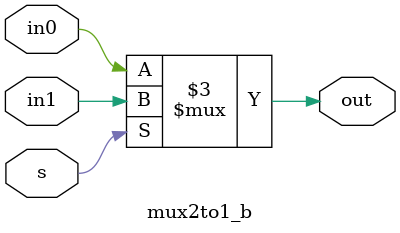
<source format=v>
module mux2to1_b(in0,in1,s,out);
input in0,in1;
input s;
output reg out;

always @(in0 or in1 or s)

if(s) 
out = in1;
else 
out= in0;

endmodule

</source>
